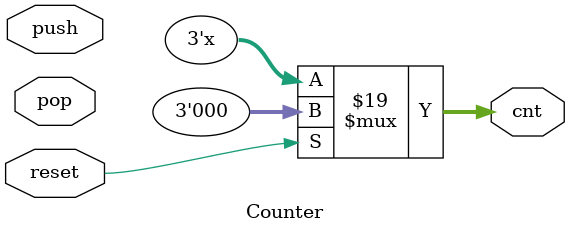
<source format=v>
`timescale 1ns / 1ps

module Counter(
input push,
input pop,
input reset,
output reg [2:0] cnt
);

wire en;
assign en = push | pop;

always @*
 begin 
         if (reset)
           begin
            cnt <=0;
            end
                else if (en)
                begin
                    if (push == 1)
                    begin
                        if (cnt < 5) 
                        begin
                            cnt <= cnt + 1;
                        end
                    end
                   
                        else 
                        begin
                            if (cnt > 0) 
                            begin
                                cnt <= cnt - 1;
                            end     
                        end
                end
             else 
                begin
                    cnt<= cnt;
                end
 end
endmodule


</source>
